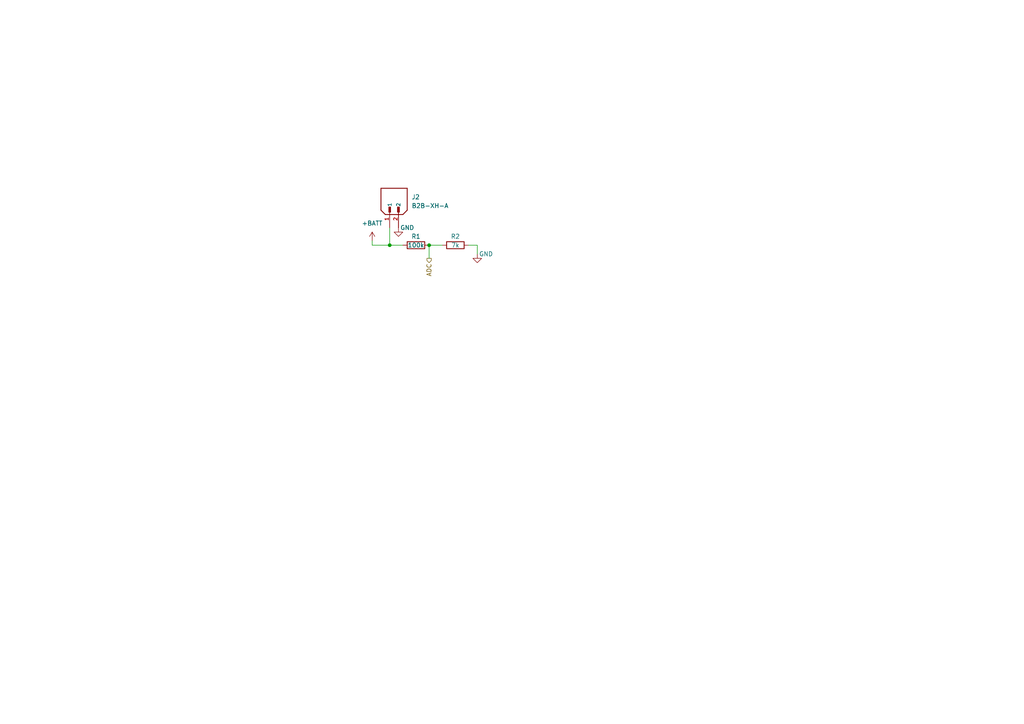
<source format=kicad_sch>
(kicad_sch (version 20230121) (generator eeschema)
  (paper "A4")
  (lib_symbols
    (symbol "B2B-XH-A:B2B-XH-A" (pin_names (offset 1.016))
      (property "Reference" "J" (at -2.54 6.35 0))
      (property "Value" "B2B-XH-A" (at -2.54 -5.08 0))
      (symbol "B2B-XH-A_0_0"
        (rectangle (start -3.175 -0.3175) (end -1.5875 0.3175) (stroke (width 0.1)) (fill (type outline)))
        (rectangle (start -3.175 2.2225) (end -1.5875 2.8575) (stroke (width 0.1)) (fill (type outline)))
        (polyline (pts (xy -3.81 -1.27) (xy -2.54 -2.54)) (stroke (width 0.254)))
        (polyline (pts (xy -3.81 3.81) (xy -3.81 -1.27)) (stroke (width 0.254)))
        (polyline (pts (xy -3.81 3.81) (xy -2.54 5.08)) (stroke (width 0.254)))
        (polyline (pts (xy -2.54 -2.54) (xy 3.81 -2.54)) (stroke (width 0.254)))
        (polyline (pts (xy 3.81 -2.54) (xy 3.81 5.08)) (stroke (width 0.254)))
        (polyline (pts (xy 3.81 5.08) (xy -2.54 5.08)) (stroke (width 0.254)))
        (pin passive line (at -7.62 2.54 0) (length 5.08) (name "1") (number "1"))
        (pin passive line (at -7.62 0 0) (length 5.08) (name "2") (number "2"))
      )
    )
    (symbol "Device:R" (pin_numbers hide) (pin_names (offset 0))
      (property "Reference" "R" (at 2.032 0 90))
      (property "Value" "R" (at 0 0 90))
      (symbol "R_0_1"
        (rectangle (start -1.016 -2.54) (end 1.016 2.54) (stroke (width 0.254)))
      )
      (symbol "R_1_1"
        (pin passive line (at 0 3.81 270) (length 1.27) (name "~") (number "1"))
        (pin passive line (at 0 -3.81 90) (length 1.27) (name "~") (number "2"))
      )
    )
    (symbol "power:+BATT" (power) (pin_names (offset 0))
      (property "Value" "+BATT" (at 0 3.556 0))
      (symbol "+BATT_0_1"
        (polyline (pts (xy -0.762 1.27) (xy 0 2.54)))
        (polyline (pts (xy 0 0) (xy 0 2.54)))
        (polyline (pts (xy 0 2.54) (xy 0.762 1.27)))
      )
      (symbol "+BATT_1_1"
        (pin power_in line (at 0 0 90) (length 0) hide (name "+BATT") (number "1"))
      )
    )
    (symbol "power:GND" (power) (pin_names (offset 0))
      (property "Value" "GND" (at 0 -3.81 0))
      (symbol "GND_0_1"
        (polyline (pts (xy 0 0) (xy 0 -1.27) (xy 1.27 -1.27) (xy 0 -2.54) (xy -1.27 -1.27) (xy 0 -1.27)))
      )
      (symbol "GND_1_1"
        (pin power_in line (at 0 0 270) (length 0) hide (name "GND") (number "1"))
      )
    )
  )
  (junction (at 113.03 71.12))
  (junction (at 124.46 71.12))
  (wire (pts (xy 107.95 71.12) (xy 113.03 71.12)))
  (wire (pts (xy 113.03 66.04) (xy 113.03 71.12)))
  (wire (pts (xy 124.46 71.12) (xy 128.27 71.12)))
  (wire (pts (xy 113.03 71.12) (xy 116.84 71.12)))
  (wire (pts (xy 107.95 69.85) (xy 107.95 71.12)))
  (wire (pts (xy 138.43 71.12) (xy 138.43 73.66)))
  (wire (pts (xy 135.89 71.12) (xy 138.43 71.12)))
  (wire (pts (xy 124.46 71.12) (xy 124.46 74.93)))
  (hierarchical_label "ADC" (shape output) (at 124.46 74.93 270))
  (symbol (lib_id "power:GND") (at 115.57 66.04 0) (unit 1)
    (property "Reference" "#PWR02" (effects hide))
    (property "Value" "GND" (at 118.11 66.04 0))
  )
  (symbol (lib_id "power:GND") (at 138.43 73.66 0) (unit 1)
    (property "Reference" "#PWR01" (effects hide))
    (property "Value" "GND" (at 140.97 73.66 0))
  )
  (symbol (lib_id "Device:R") (at 120.65 71.12 90) (unit 1)
    (property "Reference" "R1" (at 120.65 68.58 90))
    (property "Value" "100k" (at 120.65 71.12 90))
  )
  (symbol (lib_id "B2B-XH-A:B2B-XH-A") (at 115.57 58.42 90) (unit 1)
    (property "Reference" "J2" (at 119.38 57.15 90) (effects (justify right)))
    (property "Value" "B2B-XH-A" (at 119.38 59.69 90) (effects (justify right)))
    (property "Footprint" "Power_:JST_B2B-XH-A" (effects hide))
    (property "PARTREV" "N/A" (effects hide))
    (property "STANDARD" "Manufacturer Recommendations" (effects hide))
    (property "MAXIMUM_PACKAGE_HEIGHT" "7 mm" (effects hide))
    (property "MANUFACTURER" "JST Sales America Inc." (effects hide))
  )
  (symbol (lib_id "Device:R") (at 132.08 71.12 90) (unit 1)
    (property "Reference" "R2" (at 132.08 68.58 90))
    (property "Value" "7k" (at 132.08 71.12 90))
  )
  (symbol (lib_id "power:+BATT") (at 107.95 69.85 0) (unit 1)
    (property "Reference" "#PWR03" (effects hide))
    (property "Value" "+BATT" (at 107.95 64.77 0))
  )
)
</source>
